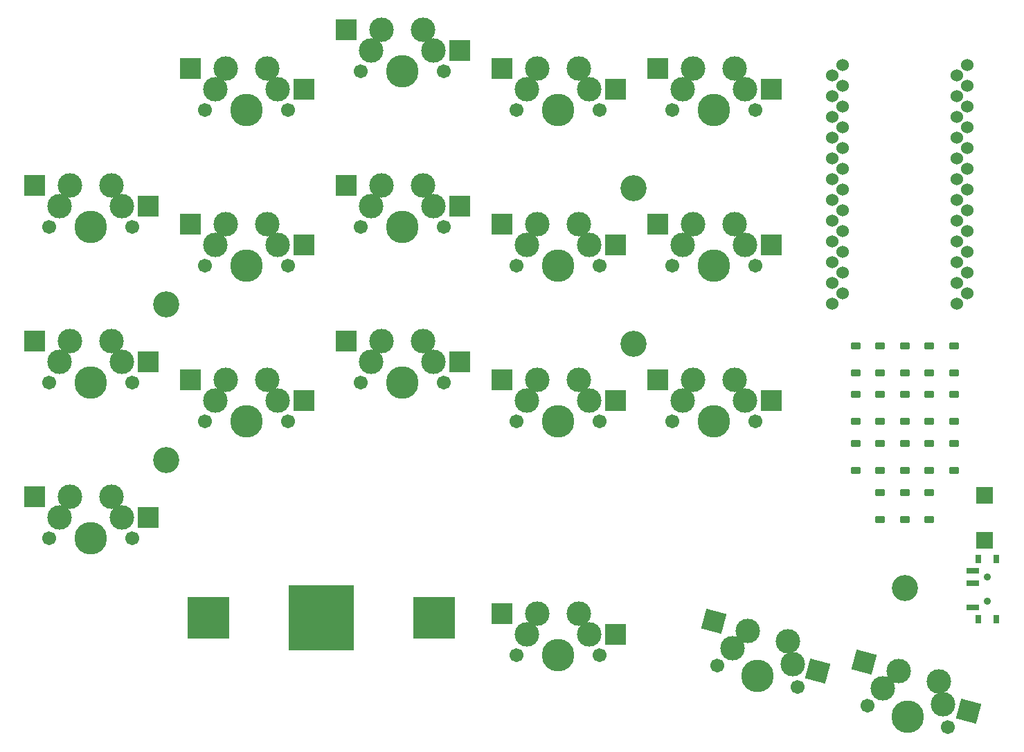
<source format=gbr>
%TF.GenerationSoftware,KiCad,Pcbnew,7.0.2*%
%TF.CreationDate,2023-10-26T02:33:03+11:00*%
%TF.ProjectId,cybr36,63796272-3336-42e6-9b69-6361645f7063,rev?*%
%TF.SameCoordinates,Original*%
%TF.FileFunction,Soldermask,Top*%
%TF.FilePolarity,Negative*%
%FSLAX46Y46*%
G04 Gerber Fmt 4.6, Leading zero omitted, Abs format (unit mm)*
G04 Created by KiCad (PCBNEW 7.0.2) date 2023-10-26 02:33:03*
%MOMM*%
%LPD*%
G01*
G04 APERTURE LIST*
G04 Aperture macros list*
%AMRoundRect*
0 Rectangle with rounded corners*
0 $1 Rounding radius*
0 $2 $3 $4 $5 $6 $7 $8 $9 X,Y pos of 4 corners*
0 Add a 4 corners polygon primitive as box body*
4,1,4,$2,$3,$4,$5,$6,$7,$8,$9,$2,$3,0*
0 Add four circle primitives for the rounded corners*
1,1,$1+$1,$2,$3*
1,1,$1+$1,$4,$5*
1,1,$1+$1,$6,$7*
1,1,$1+$1,$8,$9*
0 Add four rect primitives between the rounded corners*
20,1,$1+$1,$2,$3,$4,$5,0*
20,1,$1+$1,$4,$5,$6,$7,0*
20,1,$1+$1,$6,$7,$8,$9,0*
20,1,$1+$1,$8,$9,$2,$3,0*%
%AMRotRect*
0 Rectangle, with rotation*
0 The origin of the aperture is its center*
0 $1 length*
0 $2 width*
0 $3 Rotation angle, in degrees counterclockwise*
0 Add horizontal line*
21,1,$1,$2,0,0,$3*%
G04 Aperture macros list end*
%ADD10R,8.000000X8.000000*%
%ADD11R,5.200000X5.200000*%
%ADD12R,2.550000X2.500000*%
%ADD13C,1.701800*%
%ADD14C,3.000000*%
%ADD15C,3.987800*%
%ADD16C,3.200000*%
%ADD17R,1.500000X0.700000*%
%ADD18R,0.800000X1.000000*%
%ADD19C,0.900000*%
%ADD20C,1.524000*%
%ADD21RoundRect,0.225000X-0.375000X0.225000X-0.375000X-0.225000X0.375000X-0.225000X0.375000X0.225000X0*%
%ADD22RotRect,2.550000X2.500000X345.000000*%
%ADD23R,2.000000X2.100000*%
G04 APERTURE END LIST*
D10*
%TO.C,BT1*%
X119175970Y-123015616D03*
D11*
X132990970Y-123015616D03*
X105360970Y-123015616D03*
%TD*%
D12*
%TO.C,SW11*%
X155123470Y-58338116D03*
X141273470Y-55798116D03*
D13*
X153218470Y-60878116D03*
D14*
X151948470Y-58338116D03*
X150678470Y-55798116D03*
D15*
X148138470Y-60878116D03*
D14*
X145598470Y-55798116D03*
X144328470Y-58338116D03*
D13*
X143058470Y-60878116D03*
%TD*%
D16*
%TO.C,H5*%
X190500000Y-119400000D03*
%TD*%
D17*
%TO.C,SW21*%
X198845000Y-117250000D03*
X198845000Y-118750000D03*
X198845000Y-121750000D03*
D18*
X201705000Y-115850000D03*
X199495000Y-115850000D03*
D19*
X200605000Y-118000000D03*
X200605000Y-121000000D03*
D18*
X201705000Y-123150000D03*
X199495000Y-123150000D03*
%TD*%
D20*
%TO.C,U1*%
X181610000Y-56642000D03*
X198156400Y-55372000D03*
X181610000Y-59182000D03*
X198156400Y-57912000D03*
X198156400Y-60452000D03*
X181610000Y-61722000D03*
X198156400Y-62992000D03*
X181610000Y-64262000D03*
X181610000Y-66802000D03*
X198156400Y-65532000D03*
X198156400Y-68072000D03*
X181610000Y-69342000D03*
X181610000Y-71882000D03*
X198156400Y-70612000D03*
X181610000Y-74422000D03*
X198156400Y-73152000D03*
X198156400Y-75692000D03*
X181610000Y-76962000D03*
X181610000Y-79502000D03*
X198156400Y-78232000D03*
X181610000Y-82042000D03*
X198156400Y-80772000D03*
X181610000Y-84582000D03*
X198156400Y-83312000D03*
X196850000Y-84582000D03*
X182936400Y-83312000D03*
X196850000Y-82042000D03*
X182936400Y-80772000D03*
X182936400Y-78232000D03*
X196850000Y-79502000D03*
X182936400Y-75692000D03*
X196850000Y-76962000D03*
X196850000Y-74422000D03*
X182936400Y-73152000D03*
X182936400Y-70612000D03*
X196850000Y-71882000D03*
X196850000Y-69342000D03*
X182936400Y-68072000D03*
X182936400Y-65532000D03*
X196850000Y-66802000D03*
X196850000Y-64262000D03*
X182936400Y-62992000D03*
X196850000Y-61722000D03*
X182936400Y-60452000D03*
X182936400Y-57912000D03*
X196850000Y-59182000D03*
X196850000Y-56642000D03*
X182936400Y-55372000D03*
%TD*%
D21*
%TO.C,D18*%
X193500000Y-107700000D03*
X193500000Y-111000000D03*
%TD*%
D16*
%TO.C,H3*%
X157318470Y-70403116D03*
%TD*%
D21*
%TO.C,D4*%
X187500000Y-93000000D03*
X187500000Y-89700000D03*
%TD*%
%TO.C,D16*%
X196500000Y-95700000D03*
X196500000Y-99000000D03*
%TD*%
D12*
%TO.C,SW3*%
X97973470Y-110725616D03*
X84123470Y-108185616D03*
D13*
X96068470Y-113265616D03*
D14*
X94798470Y-110725616D03*
X93528470Y-108185616D03*
D15*
X90988470Y-113265616D03*
D14*
X88448470Y-108185616D03*
X87178470Y-110725616D03*
D13*
X85908470Y-113265616D03*
%TD*%
D16*
%TO.C,H1*%
X157318470Y-89453116D03*
%TD*%
D12*
%TO.C,SW16*%
X174173470Y-77388116D03*
X160323470Y-74848116D03*
D13*
X172268470Y-79928116D03*
D14*
X170998470Y-77388116D03*
X169728470Y-74848116D03*
D15*
X167188470Y-79928116D03*
D14*
X164648470Y-74848116D03*
X163378470Y-77388116D03*
D13*
X162108470Y-79928116D03*
%TD*%
D12*
%TO.C,SW5*%
X117023470Y-77388116D03*
X103173470Y-74848116D03*
D13*
X115118470Y-79928116D03*
D14*
X113848470Y-77388116D03*
X112578470Y-74848116D03*
D15*
X110038470Y-79928116D03*
D14*
X107498470Y-74848116D03*
X106228470Y-77388116D03*
D13*
X104958470Y-79928116D03*
%TD*%
D22*
%TO.C,SW14*%
X179881351Y-129498012D03*
X167160679Y-123459917D03*
D13*
X177383862Y-131458414D03*
D14*
X176814537Y-128676262D03*
X176245211Y-125894110D03*
D15*
X172476959Y-130143613D03*
D14*
X171338308Y-124579309D03*
X169454182Y-126704061D03*
D13*
X167570056Y-128828812D03*
%TD*%
D12*
%TO.C,SW6*%
X117023470Y-96438116D03*
X103173470Y-93898116D03*
D13*
X115118470Y-98978116D03*
D14*
X113848470Y-96438116D03*
X112578470Y-93898116D03*
D15*
X110038470Y-98978116D03*
D14*
X107498470Y-93898116D03*
X106228470Y-96438116D03*
D13*
X104958470Y-98978116D03*
%TD*%
D12*
%TO.C,SW17*%
X174173470Y-96438116D03*
X160323470Y-93898116D03*
D13*
X172268470Y-98978116D03*
D14*
X170998470Y-96438116D03*
X169728470Y-93898116D03*
D15*
X167188470Y-98978116D03*
D14*
X164648470Y-93898116D03*
X163378470Y-96438116D03*
D13*
X162108470Y-98978116D03*
%TD*%
D12*
%TO.C,SW1*%
X97973470Y-72625616D03*
X84123470Y-70085616D03*
D13*
X96068470Y-75165616D03*
D14*
X94798470Y-72625616D03*
X93528470Y-70085616D03*
D15*
X90988470Y-75165616D03*
D14*
X88448470Y-70085616D03*
X87178470Y-72625616D03*
D13*
X85908470Y-75165616D03*
%TD*%
D21*
%TO.C,D13*%
X193500000Y-101700000D03*
X193500000Y-105000000D03*
%TD*%
D12*
%TO.C,SW15*%
X174173470Y-58338116D03*
X160323470Y-55798116D03*
D13*
X172268470Y-60878116D03*
D14*
X170998470Y-58338116D03*
X169728470Y-55798116D03*
D15*
X167188470Y-60878116D03*
D14*
X164648470Y-55798116D03*
X163378470Y-58338116D03*
D13*
X162108470Y-60878116D03*
%TD*%
D21*
%TO.C,D9*%
X190500000Y-101700000D03*
X190500000Y-105000000D03*
%TD*%
%TO.C,D15*%
X196500000Y-93000000D03*
X196500000Y-89700000D03*
%TD*%
%TO.C,D1*%
X184500000Y-89700000D03*
X184500000Y-93000000D03*
%TD*%
%TO.C,D3*%
X184500000Y-101700000D03*
X184500000Y-105000000D03*
%TD*%
D12*
%TO.C,SW13*%
X155123470Y-96438116D03*
X141273470Y-93898116D03*
D13*
X153218470Y-98978116D03*
D14*
X151948470Y-96438116D03*
X150678470Y-93898116D03*
D15*
X148138470Y-98978116D03*
D14*
X145598470Y-93898116D03*
X144328470Y-96438116D03*
D13*
X143058470Y-98978116D03*
%TD*%
D21*
%TO.C,D8*%
X190500000Y-95700000D03*
X190500000Y-99000000D03*
%TD*%
D23*
%TO.C,SW20*%
X200250000Y-108000000D03*
X200250000Y-113500000D03*
%TD*%
D21*
%TO.C,D7*%
X190500000Y-93000000D03*
X190500000Y-89700000D03*
%TD*%
D12*
%TO.C,SW12*%
X155123470Y-77388116D03*
X141273470Y-74848116D03*
D13*
X153218470Y-79928116D03*
D14*
X151948470Y-77388116D03*
X150678470Y-74848116D03*
D15*
X148138470Y-79928116D03*
D14*
X145598470Y-74848116D03*
X144328470Y-77388116D03*
D13*
X143058470Y-79928116D03*
%TD*%
D16*
%TO.C,H2*%
X100168470Y-103740616D03*
%TD*%
D12*
%TO.C,SW4*%
X117023470Y-58338116D03*
X103173470Y-55798116D03*
D13*
X115118470Y-60878116D03*
D14*
X113848470Y-58338116D03*
X112578470Y-55798116D03*
D15*
X110038470Y-60878116D03*
D14*
X107498470Y-55798116D03*
X106228470Y-58338116D03*
D13*
X104958470Y-60878116D03*
%TD*%
D12*
%TO.C,SW7*%
X136073470Y-53575616D03*
X122223470Y-51035616D03*
D13*
X134168470Y-56115616D03*
D14*
X132898470Y-53575616D03*
X131628470Y-51035616D03*
D15*
X129088470Y-56115616D03*
D14*
X126548470Y-51035616D03*
X125278470Y-53575616D03*
D13*
X124008470Y-56115616D03*
%TD*%
D21*
%TO.C,D10*%
X187500000Y-107700000D03*
X187500000Y-111000000D03*
%TD*%
%TO.C,D17*%
X196500000Y-101700000D03*
X196500000Y-105000000D03*
%TD*%
%TO.C,D2*%
X184500000Y-95700000D03*
X184500000Y-99000000D03*
%TD*%
%TO.C,D12*%
X193500000Y-95700000D03*
X193500000Y-99000000D03*
%TD*%
D12*
%TO.C,SW10*%
X155123470Y-125013116D03*
X141273470Y-122473116D03*
D13*
X153218470Y-127553116D03*
D14*
X151948470Y-125013116D03*
X150678470Y-122473116D03*
D15*
X148138470Y-127553116D03*
D14*
X145598470Y-122473116D03*
X144328470Y-125013116D03*
D13*
X143058470Y-127553116D03*
%TD*%
D12*
%TO.C,SW8*%
X136073470Y-72625616D03*
X122223470Y-70085616D03*
D13*
X134168470Y-75165616D03*
D14*
X132898470Y-72625616D03*
X131628470Y-70085616D03*
D15*
X129088470Y-75165616D03*
D14*
X126548470Y-70085616D03*
X125278470Y-72625616D03*
D13*
X124008470Y-75165616D03*
%TD*%
%TO.C,SW9*%
X124008470Y-94215616D03*
D14*
X125278470Y-91675616D03*
X126548470Y-89135616D03*
D15*
X129088470Y-94215616D03*
D14*
X131628470Y-89135616D03*
X132898470Y-91675616D03*
D13*
X134168470Y-94215616D03*
D12*
X122223470Y-89135616D03*
X136073470Y-91675616D03*
%TD*%
%TO.C,SW2*%
X97973470Y-91675616D03*
X84123470Y-89135616D03*
D13*
X96068470Y-94215616D03*
D14*
X94798470Y-91675616D03*
X93528470Y-89135616D03*
D15*
X90988470Y-94215616D03*
D14*
X88448470Y-89135616D03*
X87178470Y-91675616D03*
D13*
X85908470Y-94215616D03*
%TD*%
D21*
%TO.C,D6*%
X187500000Y-101700000D03*
X187500000Y-105000000D03*
%TD*%
%TO.C,D11*%
X193500000Y-93000000D03*
X193500000Y-89700000D03*
%TD*%
%TO.C,D14*%
X190500000Y-107700000D03*
X190500000Y-111000000D03*
%TD*%
D22*
%TO.C,SW18*%
X198282352Y-134428508D03*
X185561680Y-128390413D03*
D13*
X195784863Y-136388910D03*
D14*
X195215538Y-133606758D03*
X194646212Y-130824606D03*
D15*
X190877960Y-135074109D03*
D14*
X189739309Y-129509805D03*
X187855183Y-131634557D03*
D13*
X185971057Y-133759308D03*
%TD*%
D21*
%TO.C,D5*%
X187500000Y-95700000D03*
X187500000Y-99000000D03*
%TD*%
D16*
%TO.C,H4*%
X100168470Y-84690616D03*
%TD*%
M02*

</source>
